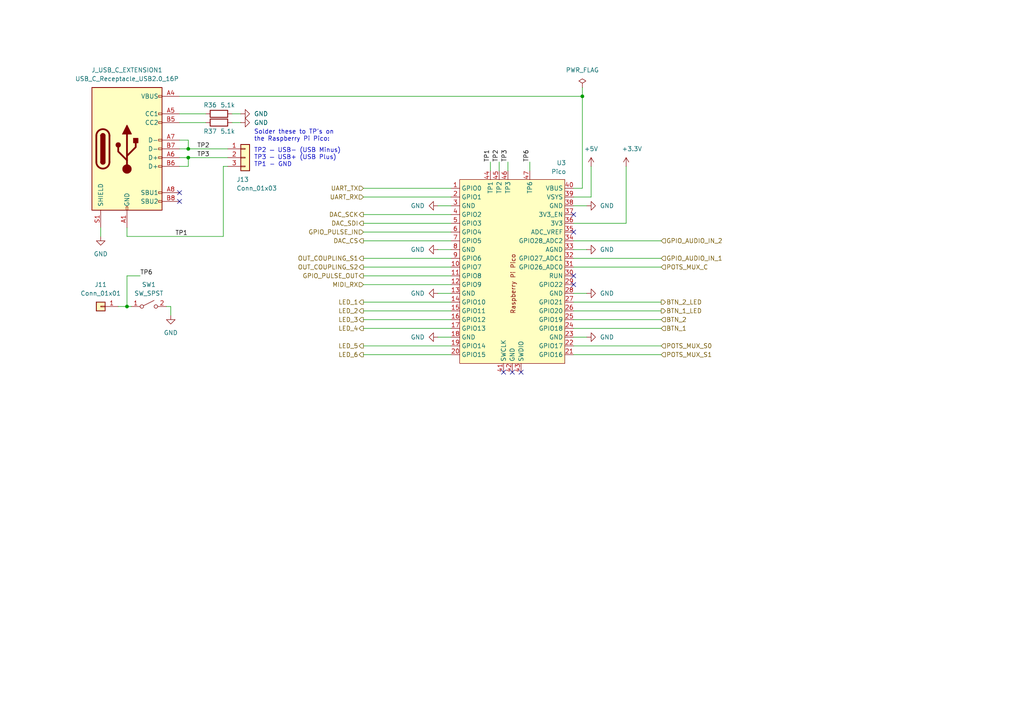
<source format=kicad_sch>
(kicad_sch (version 20250114) (generator "eeschema") (generator_version "9.0")
  (paper "A4")
  (lib_symbols
    (symbol "Connector:USB_C_Receptacle_USB2.0_16P" (pin_names (offset 1.016))
      (property "Reference" "J" (at 0 22.225 0))
      (property "Value" "USB_C_Receptacle_USB2.0_16P" (at 0 19.685 0))
      (symbol "USB_C_Receptacle_USB2.0_16P_0_0"
        (rectangle (start -0.254 -17.78) (end 0.254 -16.764))
        (rectangle (start 10.16 15.494) (end 9.144 14.986))
        (rectangle (start 10.16 10.414) (end 9.144 9.906))
        (rectangle (start 10.16 7.874) (end 9.144 7.366))
        (rectangle (start 10.16 2.794) (end 9.144 2.286))
        (rectangle (start 10.16 0.254) (end 9.144 -0.254))
        (rectangle (start 10.16 -2.286) (end 9.144 -2.794))
        (rectangle (start 10.16 -4.826) (end 9.144 -5.334))
        (rectangle (start 10.16 -12.446) (end 9.144 -12.954))
        (rectangle (start 10.16 -14.986) (end 9.144 -15.494))
      )
      (symbol "USB_C_Receptacle_USB2.0_16P_0_1"
        (rectangle (start -10.16 17.78) (end 10.16 -17.78) (stroke (width 0.254)) (fill (type background)))
        (polyline (pts (xy -8.89 -3.81) (xy -8.89 3.81)) (stroke (width 0.508)))
        (rectangle (start -7.62 -3.81) (end -6.35 3.81) (stroke (width 0.254)) (fill (type outline)))
        (arc (start -7.62 3.81) (mid -6.985 4.4423) (end -6.35 3.81) (stroke (width 0.254)))
        (arc (start -7.62 3.81) (mid -6.985 4.4423) (end -6.35 3.81) (stroke (width 0.254)) (fill (type outline)))
        (arc (start -8.89 3.81) (mid -6.985 5.7067) (end -5.08 3.81) (stroke (width 0.508)))
        (arc (start -5.08 -3.81) (mid -6.985 -5.7067) (end -8.89 -3.81) (stroke (width 0.508)))
        (arc (start -6.35 -3.81) (mid -6.985 -4.4423) (end -7.62 -3.81) (stroke (width 0.254)))
        (arc (start -6.35 -3.81) (mid -6.985 -4.4423) (end -7.62 -3.81) (stroke (width 0.254)) (fill (type outline)))
        (polyline (pts (xy -5.08 3.81) (xy -5.08 -3.81)) (stroke (width 0.508)))
        (circle (center -2.54 1.143) (radius 0.635) (stroke (width 0.254)) (fill (type outline)))
        (polyline (pts (xy -1.27 4.318) (xy 0 6.858) (xy 1.27 4.318) (xy -1.27 4.318)) (stroke (width 0.254)) (fill (type outline)))
        (polyline (pts (xy 0 -2.032) (xy 2.54 0.508) (xy 2.54 1.778)) (stroke (width 0.508)))
        (polyline (pts (xy 0 -3.302) (xy -2.54 -0.762) (xy -2.54 0.508)) (stroke (width 0.508)))
        (polyline (pts (xy 0 -5.842) (xy 0 4.318)) (stroke (width 0.508)))
        (circle (center 0 -5.842) (radius 1.27) (fill (type outline)))
        (rectangle (start 1.905 1.778) (end 3.175 3.048) (stroke (width 0.254)) (fill (type outline)))
      )
      (symbol "USB_C_Receptacle_USB2.0_16P_1_1"
        (pin passive line (at -7.62 -22.86 90) (length 5.08) (name "SHIELD") (number "S1"))
        (pin passive line (at 0 -22.86 90) (length 5.08) (name "GND") (number "A1"))
        (pin passive line (at 0 -22.86 90) (length 5.08) (hide yes) (name "GND") (number "A12"))
        (pin passive line (at 0 -22.86 90) (length 5.08) (hide yes) (name "GND") (number "B1"))
        (pin passive line (at 0 -22.86 90) (length 5.08) (hide yes) (name "GND") (number "B12"))
        (pin passive line (at 15.24 15.24 180) (length 5.08) (name "VBUS") (number "A4"))
        (pin passive line (at 15.24 15.24 180) (length 5.08) (hide yes) (name "VBUS") (number "A9"))
        (pin passive line (at 15.24 15.24 180) (length 5.08) (hide yes) (name "VBUS") (number "B4"))
        (pin passive line (at 15.24 15.24 180) (length 5.08) (hide yes) (name "VBUS") (number "B9"))
        (pin bidirectional line (at 15.24 10.16 180) (length 5.08) (name "CC1") (number "A5"))
        (pin bidirectional line (at 15.24 7.62 180) (length 5.08) (name "CC2") (number "B5"))
        (pin bidirectional line (at 15.24 2.54 180) (length 5.08) (name "D-") (number "A7"))
        (pin bidirectional line (at 15.24 0 180) (length 5.08) (name "D-") (number "B7"))
        (pin bidirectional line (at 15.24 -2.54 180) (length 5.08) (name "D+") (number "A6"))
        (pin bidirectional line (at 15.24 -5.08 180) (length 5.08) (name "D+") (number "B6"))
        (pin bidirectional line (at 15.24 -12.7 180) (length 5.08) (name "SBU1") (number "A8"))
        (pin bidirectional line (at 15.24 -15.24 180) (length 5.08) (name "SBU2") (number "B8"))
      )
    )
    (symbol "Connector_Generic:Conn_01x01" (pin_names (offset 1.016) (hide yes))
      (property "Reference" "J" (at 0 2.54 0))
      (property "Value" "Conn_01x01" (at 0 -2.54 0))
      (symbol "Conn_01x01_1_1"
        (rectangle (start -1.27 1.27) (end 1.27 -1.27) (stroke (width 0.254)) (fill (type background)))
        (rectangle (start -1.27 0.127) (end 0 -0.127) (stroke (width 0.1524)))
        (pin passive line (at -5.08 0 0) (length 3.81) (name "Pin_1") (number "1"))
      )
    )
    (symbol "Connector_Generic:Conn_01x03" (pin_names (offset 1.016) (hide yes))
      (property "Reference" "J" (at 0 5.08 0))
      (property "Value" "Conn_01x03" (at 0 -5.08 0))
      (symbol "Conn_01x03_1_1"
        (rectangle (start -1.27 3.81) (end 1.27 -3.81) (stroke (width 0.254)) (fill (type background)))
        (rectangle (start -1.27 2.667) (end 0 2.413) (stroke (width 0.1524)))
        (rectangle (start -1.27 0.127) (end 0 -0.127) (stroke (width 0.1524)))
        (rectangle (start -1.27 -2.413) (end 0 -2.667) (stroke (width 0.1524)))
        (pin passive line (at -5.08 2.54 0) (length 3.81) (name "Pin_1") (number "1"))
        (pin passive line (at -5.08 0 0) (length 3.81) (name "Pin_2") (number "2"))
        (pin passive line (at -5.08 -2.54 0) (length 3.81) (name "Pin_3") (number "3"))
      )
    )
    (symbol "Device:R" (pin_numbers (hide yes)) (pin_names (offset 0))
      (property "Reference" "R" (at 2.032 0 90))
      (property "Value" "R" (at 0 0 90))
      (symbol "R_0_1"
        (rectangle (start -1.016 -2.54) (end 1.016 2.54) (stroke (width 0.254)))
      )
      (symbol "R_1_1"
        (pin passive line (at 0 3.81 270) (length 1.27) (name "~") (number "1"))
        (pin passive line (at 0 -3.81 90) (length 1.27) (name "~") (number "2"))
      )
    )
    (symbol "MCU_RaspberryPi_and_Boards:Pico"
      (property "Reference" "U3" (at 14.224 31.496 0))
      (property "Value" "Pico" (at 13.462 28.956 0))
      (symbol "Pico_0_0"
        (text "Raspberry Pi Pico" (at 0.254 -3.556 900) (effects (font (size 1.27 1.27))))
      )
      (symbol "Pico_0_1"
        (rectangle (start -15.24 26.67) (end 15.24 -26.67) (fill (type background)))
      )
      (symbol "Pico_1_1"
        (pin bidirectional line (at -17.78 24.13 0) (length 2.54) (name "GPIO0") (number "1"))
        (pin bidirectional line (at -17.78 21.59 0) (length 2.54) (name "GPIO1") (number "2"))
        (pin power_in line (at -17.78 19.05 0) (length 2.54) (name "GND") (number "3"))
        (pin bidirectional line (at -17.78 16.51 0) (length 2.54) (name "GPIO2") (number "4"))
        (pin bidirectional line (at -17.78 13.97 0) (length 2.54) (name "GPIO3") (number "5"))
        (pin bidirectional line (at -17.78 11.43 0) (length 2.54) (name "GPIO4") (number "6"))
        (pin bidirectional line (at -17.78 8.89 0) (length 2.54) (name "GPIO5") (number "7"))
        (pin power_in line (at -17.78 6.35 0) (length 2.54) (name "GND") (number "8"))
        (pin bidirectional line (at -17.78 3.81 0) (length 2.54) (name "GPIO6") (number "9"))
        (pin bidirectional line (at -17.78 1.27 0) (length 2.54) (name "GPIO7") (number "10"))
        (pin bidirectional line (at -17.78 -1.27 0) (length 2.54) (name "GPIO8") (number "11"))
        (pin bidirectional line (at -17.78 -3.81 0) (length 2.54) (name "GPIO9") (number "12"))
        (pin power_in line (at -17.78 -6.35 0) (length 2.54) (name "GND") (number "13"))
        (pin bidirectional line (at -17.78 -8.89 0) (length 2.54) (name "GPIO10") (number "14"))
        (pin bidirectional line (at -17.78 -11.43 0) (length 2.54) (name "GPIO11") (number "15"))
        (pin bidirectional line (at -17.78 -13.97 0) (length 2.54) (name "GPIO12") (number "16"))
        (pin bidirectional line (at -17.78 -16.51 0) (length 2.54) (name "GPIO13") (number "17"))
        (pin power_in line (at -17.78 -19.05 0) (length 2.54) (name "GND") (number "18"))
        (pin bidirectional line (at -17.78 -21.59 0) (length 2.54) (name "GPIO14") (number "19"))
        (pin bidirectional line (at -17.78 -24.13 0) (length 2.54) (name "GPIO15") (number "20"))
        (pin bidirectional line (at -6.35 29.21 270) (length 2.54) (name "TP1") (number "44"))
        (pin bidirectional line (at -3.81 29.21 270) (length 2.54) (name "TP2") (number "45"))
        (pin input line (at -2.54 -29.21 90) (length 2.54) (name "SWCLK") (number "41"))
        (pin bidirectional line (at -1.27 29.21 270) (length 2.54) (name "TP3") (number "46"))
        (pin power_in line (at 0 -29.21 90) (length 2.54) (name "GND") (number "42"))
        (pin bidirectional line (at 2.54 -29.21 90) (length 2.54) (name "SWDIO") (number "43"))
        (pin bidirectional line (at 5.08 29.21 270) (length 2.54) (name "TP6") (number "47"))
        (pin power_in line (at 17.78 24.13 180) (length 2.54) (name "VBUS") (number "40"))
        (pin power_in line (at 17.78 21.59 180) (length 2.54) (name "VSYS") (number "39"))
        (pin bidirectional line (at 17.78 19.05 180) (length 2.54) (name "GND") (number "38"))
        (pin input line (at 17.78 16.51 180) (length 2.54) (name "3V3_EN") (number "37"))
        (pin power_in line (at 17.78 13.97 180) (length 2.54) (name "3V3") (number "36"))
        (pin power_in line (at 17.78 11.43 180) (length 2.54) (name "ADC_VREF") (number "35"))
        (pin bidirectional line (at 17.78 8.89 180) (length 2.54) (name "GPIO28_ADC2") (number "34"))
        (pin power_in line (at 17.78 6.35 180) (length 2.54) (name "AGND") (number "33"))
        (pin bidirectional line (at 17.78 3.81 180) (length 2.54) (name "GPIO27_ADC1") (number "32"))
        (pin bidirectional line (at 17.78 1.27 180) (length 2.54) (name "GPIO26_ADC0") (number "31"))
        (pin input line (at 17.78 -1.27 180) (length 2.54) (name "RUN") (number "30"))
        (pin bidirectional line (at 17.78 -3.81 180) (length 2.54) (name "GPIO22") (number "29"))
        (pin power_in line (at 17.78 -6.35 180) (length 2.54) (name "GND") (number "28"))
        (pin bidirectional line (at 17.78 -8.89 180) (length 2.54) (name "GPIO21") (number "27"))
        (pin bidirectional line (at 17.78 -11.43 180) (length 2.54) (name "GPIO20") (number "26"))
        (pin bidirectional line (at 17.78 -13.97 180) (length 2.54) (name "GPIO19") (number "25"))
        (pin bidirectional line (at 17.78 -16.51 180) (length 2.54) (name "GPIO18") (number "24"))
        (pin power_in line (at 17.78 -19.05 180) (length 2.54) (name "GND") (number "23"))
        (pin bidirectional line (at 17.78 -21.59 180) (length 2.54) (name "GPIO17") (number "22"))
        (pin bidirectional line (at 17.78 -24.13 180) (length 2.54) (name "GPIO16") (number "21"))
      )
    )
    (symbol "Switch:SW_SPST" (pin_names (offset 0) (hide yes))
      (property "Reference" "SW" (at 0 3.175 0))
      (property "Value" "SW_SPST" (at 0 -2.54 0))
      (symbol "SW_SPST_0_0"
        (circle (center -2.032 0) (radius 0.508))
        (polyline (pts (xy -1.524 0.254) (xy 1.524 1.778)))
        (circle (center 2.032 0) (radius 0.508))
      )
      (symbol "SW_SPST_1_1"
        (pin passive line (at -5.08 0 0) (length 2.54) (name "A") (number "1"))
        (pin passive line (at 5.08 0 180) (length 2.54) (name "B") (number "2"))
      )
    )
    (symbol "power:+3.3V" (power) (pin_numbers (hide yes)) (pin_names (offset 0) (hide yes))
      (property "Value" "+3.3V" (at 0 3.556 0))
      (symbol "+3.3V_0_1"
        (polyline (pts (xy -0.762 1.27) (xy 0 2.54)))
        (polyline (pts (xy 0 2.54) (xy 0.762 1.27)))
        (polyline (pts (xy 0 0) (xy 0 2.54)))
      )
      (symbol "+3.3V_1_1"
        (pin power_in line (at 0 0 90) (length 0) (name "~") (number "1"))
      )
    )
    (symbol "power:+5V" (power) (pin_numbers (hide yes)) (pin_names (offset 0) (hide yes))
      (property "Value" "+5V" (at 0 3.556 0))
      (symbol "+5V_0_1"
        (polyline (pts (xy -0.762 1.27) (xy 0 2.54)))
        (polyline (pts (xy 0 2.54) (xy 0.762 1.27)))
        (polyline (pts (xy 0 0) (xy 0 2.54)))
      )
      (symbol "+5V_1_1"
        (pin power_in line (at 0 0 90) (length 0) (name "~") (number "1"))
      )
    )
    (symbol "power:GND" (power) (pin_numbers (hide yes)) (pin_names (offset 0) (hide yes))
      (property "Value" "GND" (at 0 -3.81 0))
      (symbol "GND_0_1"
        (polyline (pts (xy 0 0) (xy 0 -1.27) (xy 1.27 -1.27) (xy 0 -2.54) (xy -1.27 -1.27) (xy 0 -1.27)))
      )
      (symbol "GND_1_1"
        (pin power_in line (at 0 0 270) (length 0) (name "~") (number "1"))
      )
    )
    (symbol "power:PWR_FLAG" (power) (pin_numbers (hide yes)) (pin_names (offset 0) (hide yes))
      (property "Value" "PWR_FLAG" (at 0 3.81 0))
      (symbol "PWR_FLAG_0_0"
        (pin power_out line (at 0 0 90) (length 0) (name "~") (number "1"))
      )
      (symbol "PWR_FLAG_0_1"
        (polyline (pts (xy 0 0) (xy 0 1.27) (xy -1.016 1.905) (xy 0 2.54) (xy 1.016 1.905) (xy 0 1.27)))
      )
    )
  )
  (text "TP2 — USB- (USB Minus)\nTP3 — USB+ (USB Plus)\nTP1 - GND" (at 73.66 45.72 0) (effects (font (size 1.27 1.27)) (justify left)))
  (text "Solder these to TP's on \nthe Raspberry Pi Pico:" (at 73.66 39.37 0) (effects (font (size 1.27 1.27)) (justify left)))
  (junction (at 54.61 43.18))
  (junction (at 54.61 45.72))
  (junction (at 36.83 88.9))
  (junction (at 168.91 27.94))
  (no_connect (at 166.37 67.31))
  (no_connect (at 52.07 58.42))
  (no_connect (at 148.59 107.95))
  (no_connect (at 166.37 62.23))
  (no_connect (at 52.07 55.88))
  (no_connect (at 166.37 82.55))
  (no_connect (at 166.37 80.01))
  (no_connect (at 151.13 107.95))
  (no_connect (at 146.05 107.95))
  (wire (pts (xy 166.37 74.93) (xy 191.77 74.93)))
  (wire (pts (xy 105.41 100.33) (xy 130.81 100.33)))
  (wire (pts (xy 170.18 97.79) (xy 166.37 97.79)))
  (wire (pts (xy 105.41 62.23) (xy 130.81 62.23)))
  (wire (pts (xy 52.07 43.18) (xy 54.61 43.18)))
  (wire (pts (xy 191.77 95.25) (xy 166.37 95.25)))
  (wire (pts (xy 105.41 82.55) (xy 130.81 82.55)))
  (wire (pts (xy 168.91 54.61) (xy 168.91 27.94)))
  (wire (pts (xy 168.91 25.4) (xy 168.91 27.94)))
  (wire (pts (xy 105.41 92.71) (xy 130.81 92.71)))
  (wire (pts (xy 105.41 74.93) (xy 130.81 74.93)))
  (wire (pts (xy 105.41 95.25) (xy 130.81 95.25)))
  (wire (pts (xy 144.78 46.99) (xy 144.78 49.53)))
  (wire (pts (xy 52.07 27.94) (xy 168.91 27.94)))
  (wire (pts (xy 36.83 68.58) (xy 64.77 68.58)))
  (wire (pts (xy 147.32 46.99) (xy 147.32 49.53)))
  (wire (pts (xy 171.45 57.15) (xy 166.37 57.15)))
  (wire (pts (xy 105.41 102.87) (xy 130.81 102.87)))
  (wire (pts (xy 191.77 100.33) (xy 166.37 100.33)))
  (wire (pts (xy 170.18 59.69) (xy 166.37 59.69)))
  (wire (pts (xy 105.41 87.63) (xy 130.81 87.63)))
  (wire (pts (xy 105.41 69.85) (xy 130.81 69.85)))
  (wire (pts (xy 170.18 72.39) (xy 166.37 72.39)))
  (wire (pts (xy 191.77 77.47) (xy 166.37 77.47)))
  (wire (pts (xy 105.41 57.15) (xy 130.81 57.15)))
  (wire (pts (xy 191.77 69.85) (xy 166.37 69.85)))
  (wire (pts (xy 105.41 64.77) (xy 130.81 64.77)))
  (wire (pts (xy 171.45 48.26) (xy 171.45 57.15)))
  (wire (pts (xy 54.61 48.26) (xy 52.07 48.26)))
  (wire (pts (xy 105.41 90.17) (xy 130.81 90.17)))
  (wire (pts (xy 105.41 67.31) (xy 130.81 67.31)))
  (wire (pts (xy 127 72.39) (xy 130.81 72.39)))
  (wire (pts (xy 36.83 66.04) (xy 36.83 68.58)))
  (wire (pts (xy 142.24 46.99) (xy 142.24 49.53)))
  (wire (pts (xy 52.07 45.72) (xy 54.61 45.72)))
  (wire (pts (xy 181.61 64.77) (xy 166.37 64.77)))
  (wire (pts (xy 54.61 40.64) (xy 52.07 40.64)))
  (wire (pts (xy 127 85.09) (xy 130.81 85.09)))
  (wire (pts (xy 36.83 80.01) (xy 36.83 88.9)))
  (wire (pts (xy 127 59.69) (xy 130.81 59.69)))
  (wire (pts (xy 49.53 88.9) (xy 49.53 91.44)))
  (wire (pts (xy 29.21 68.58) (xy 29.21 66.04)))
  (wire (pts (xy 69.85 33.02) (xy 67.31 33.02)))
  (wire (pts (xy 52.07 33.02) (xy 59.69 33.02)))
  (wire (pts (xy 69.85 35.56) (xy 67.31 35.56)))
  (wire (pts (xy 48.26 88.9) (xy 49.53 88.9)))
  (wire (pts (xy 36.83 88.9) (xy 34.29 88.9)))
  (wire (pts (xy 40.64 80.01) (xy 36.83 80.01)))
  (wire (pts (xy 54.61 45.72) (xy 54.61 48.26)))
  (wire (pts (xy 181.61 48.26) (xy 181.61 64.77)))
  (wire (pts (xy 170.18 85.09) (xy 166.37 85.09)))
  (wire (pts (xy 127 97.79) (xy 130.81 97.79)))
  (wire (pts (xy 64.77 68.58) (xy 64.77 48.26)))
  (wire (pts (xy 105.41 54.61) (xy 130.81 54.61)))
  (wire (pts (xy 153.67 46.99) (xy 153.67 49.53)))
  (wire (pts (xy 105.41 77.47) (xy 130.81 77.47)))
  (wire (pts (xy 54.61 40.64) (xy 54.61 43.18)))
  (wire (pts (xy 105.41 80.01) (xy 130.81 80.01)))
  (wire (pts (xy 166.37 92.71) (xy 191.77 92.71)))
  (wire (pts (xy 38.1 88.9) (xy 36.83 88.9)))
  (wire (pts (xy 166.37 54.61) (xy 168.91 54.61)))
  (wire (pts (xy 64.77 48.26) (xy 66.04 48.26)))
  (wire (pts (xy 191.77 102.87) (xy 166.37 102.87)))
  (wire (pts (xy 166.37 87.63) (xy 191.77 87.63)))
  (wire (pts (xy 52.07 35.56) (xy 59.69 35.56)))
  (wire (pts (xy 166.37 90.17) (xy 191.77 90.17)))
  (wire (pts (xy 54.61 43.18) (xy 66.04 43.18)))
  (wire (pts (xy 66.04 45.72) (xy 54.61 45.72)))
  (label "TP2" (at 144.78 46.99 90))
  (label "TP1" (at 50.8 68.58 0))
  (label "TP2" (at 57.15 43.18 0))
  (label "TP3" (at 147.32 46.99 90))
  (label "TP6" (at 40.64 80.01 0))
  (label "TP6" (at 153.67 46.99 90))
  (label "TP3" (at 57.15 45.72 0))
  (label "TP1" (at 142.24 46.99 90))
  (hierarchical_label "OUT_COUPLING_S1" (shape output) (at 105.41 74.93 180))
  (hierarchical_label "POTS_MUX_C" (shape input) (at 191.77 77.47 0))
  (hierarchical_label "DAC_SCK" (shape output) (at 105.41 62.23 180))
  (hierarchical_label "BTN_2_LED" (shape output) (at 191.77 87.63 0))
  (hierarchical_label "LED_2" (shape output) (at 105.41 90.17 180))
  (hierarchical_label "LED_6" (shape output) (at 105.41 102.87 180))
  (hierarchical_label "BTN_1" (shape input) (at 191.77 95.25 0))
  (hierarchical_label "BTN_2" (shape input) (at 191.77 92.71 0))
  (hierarchical_label "DAC_SDI" (shape output) (at 105.41 64.77 180))
  (hierarchical_label "LED_1" (shape output) (at 105.41 87.63 180))
  (hierarchical_label "LED_3" (shape output) (at 105.41 92.71 180))
  (hierarchical_label "POTS_MUX_S1" (shape input) (at 191.77 102.87 0))
  (hierarchical_label "GPIO_PULSE_OUT" (shape output) (at 105.41 80.01 180))
  (hierarchical_label "GPIO_AUDIO_IN_2" (shape input) (at 191.77 69.85 0))
  (hierarchical_label "UART_RX" (shape input) (at 105.41 57.15 180))
  (hierarchical_label "GPIO_PULSE_IN" (shape input) (at 105.41 67.31 180))
  (hierarchical_label "OUT_COUPLING_S2" (shape output) (at 105.41 77.47 180))
  (hierarchical_label "LED_5" (shape output) (at 105.41 100.33 180))
  (hierarchical_label "UART_TX" (shape input) (at 105.41 54.61 180))
  (hierarchical_label "BTN_1_LED" (shape output) (at 191.77 90.17 0))
  (hierarchical_label "GPIO_AUDIO_IN_1" (shape input) (at 191.77 74.93 0))
  (hierarchical_label "DAC_CS" (shape output) (at 105.41 69.85 180))
  (hierarchical_label "LED_4" (shape output) (at 105.41 95.25 180))
  (hierarchical_label "MIDI_RX" (shape input) (at 105.41 82.55 180))
  (hierarchical_label "POTS_MUX_S0" (shape input) (at 191.77 100.33 0))
  (symbol (lib_id "power:GND") (at 127 85.09 270) (unit 1)
    (property "Reference" "#PWR030" (effects (hide yes)))
    (property "Value" "GND" (at 123.19 85.0899 90) (effects (justify right)))
    (property "Description" "Power symbol creates a global label with name \"GND\" , ground" (effects (hide yes)))
  )
  (symbol (lib_id "power:GND") (at 127 97.79 270) (unit 1)
    (property "Reference" "#PWR031" (effects (hide yes)))
    (property "Value" "GND" (at 123.19 97.7899 90) (effects (justify right)))
    (property "Description" "Power symbol creates a global label with name \"GND\" , ground" (effects (hide yes)))
  )
  (symbol (lib_id "power:GND") (at 170.18 72.39 90) (unit 1)
    (property "Reference" "#PWR01" (effects (hide yes)))
    (property "Value" "GND" (at 173.99 72.3899 90) (effects (justify right)))
    (property "Description" "Power symbol creates a global label with name \"GND\" , ground" (effects (hide yes)))
  )
  (symbol (lib_id "power:GND") (at 170.18 59.69 90) (unit 1)
    (property "Reference" "#PWR033" (effects (hide yes)))
    (property "Value" "GND" (at 173.99 59.6899 90) (effects (justify right)))
    (property "Description" "Power symbol creates a global label with name \"GND\" , ground" (effects (hide yes)))
  )
  (symbol (lib_id "power:GND") (at 127 59.69 270) (unit 1)
    (property "Reference" "#PWR028" (effects (hide yes)))
    (property "Value" "GND" (at 123.19 59.6899 90) (effects (justify right)))
    (property "Description" "Power symbol creates a global label with name \"GND\" , ground" (effects (hide yes)))
  )
  (symbol (lib_id "power:GND") (at 127 72.39 270) (unit 1)
    (property "Reference" "#PWR029" (effects (hide yes)))
    (property "Value" "GND" (at 123.19 72.3899 90) (effects (justify right)))
    (property "Description" "Power symbol creates a global label with name \"GND\" , ground" (effects (hide yes)))
  )
  (symbol (lib_id "Switch:SW_SPST") (at 43.18 88.9 0) (unit 1)
    (property "Reference" "SW1" (at 43.18 82.55 0))
    (property "Value" "SW_SPST" (at 43.18 85.09 0))
    (property "Footprint" "Button_Switch_THT:SW_Tactile_SKHH_Angled" (effects (hide yes)))
    (property "Description" "Single Pole Single Throw (SPST) switch" (effects (hide yes)))
    (property "Part URL" "https://www.hestore.hu/prod_10028126.html" (effects (hide yes)))
    (property "Vendor" "Mouser" (effects (hide yes)))
  )
  (symbol (lib_id "power:PWR_FLAG") (at 168.91 25.4 0) (unit 1)
    (property "Reference" "#FLG01" (effects (hide yes)))
    (property "Value" "PWR_FLAG" (at 168.91 20.32 0))
    (property "Description" "Special symbol for telling ERC where power comes from" (effects (hide yes)))
  )
  (symbol (lib_id "Connector_Generic:Conn_01x03") (at 71.12 45.72 0) (unit 1)
    (property "Reference" "J13" (at 68.58 52.07 0) (effects (justify left)))
    (property "Value" "Conn_01x03" (at 68.58 54.61 0) (effects (justify left)))
    (property "Footprint" "Connector_PinHeader_2.54mm:PinHeader_1x03_P2.54mm_Vertical" (effects (hide yes)))
    (property "Description" "Generic connector, single row, 01x03, script generated (kicad-library-utils/schlib/autogen/connector/)" (effects (hide yes)))
    (property "Vendor" "Mouser" (effects (hide yes)))
  )
  (symbol (lib_id "power:GND") (at 49.53 91.44 0) (unit 1)
    (property "Reference" "#PWR064" (effects (hide yes)))
    (property "Value" "GND" (at 49.53 96.52 0))
    (property "Description" "Power symbol creates a global label with name \"GND\" , ground" (effects (hide yes)))
  )
  (symbol (lib_id "Connector:USB_C_Receptacle_USB2.0_16P") (at 36.83 43.18 0) (unit 1)
    (property "Reference" "J_USB_C_EXTENSION1" (at 36.83 20.32 0))
    (property "Value" "USB_C_Receptacle_USB2.0_16P" (at 36.83 22.86 0))
    (property "Footprint" "Connector_USB:USB_C_Receptacle_HRO_TYPE-C-31-M-12" (effects (hide yes)))
    (property "Datasheet" "https://www.usb.org/sites/default/files/documents/usb_type-c.zip" (effects (hide yes)))
    (property "Description" "USB 2.0-only 16P Type-C Receptacle connector" (effects (hide yes)))
    (property "Vendor" "JLCPCB" (effects (hide yes)))
    (property "LCSC" "C165948" (effects (hide yes)))
    (property "CHECKED" "YES" (effects (hide yes)))
  )
  (symbol (lib_id "MCU_RaspberryPi_and_Boards:Pico") (at 148.59 78.74 0) (unit 1)
    (property "Reference" "U3" (at 162.814 47.244 0))
    (property "Value" "Pico" (at 162.052 49.784 0))
    (property "Footprint" "Module:RaspberryPi_Pico_Common_Unspecified" (effects (hide yes)))
    (property "Vendor" "Mouser" (effects (hide yes)))
  )
  (symbol (lib_id "power:GND") (at 170.18 85.09 90) (unit 1)
    (property "Reference" "#PWR035" (effects (hide yes)))
    (property "Value" "GND" (at 173.99 85.0899 90) (effects (justify right)))
    (property "Description" "Power symbol creates a global label with name \"GND\" , ground" (effects (hide yes)))
  )
  (symbol (lib_id "Device:R") (at 63.5 33.02 90) (mirror x) (unit 1)
    (property "Reference" "R36" (at 60.96 30.48 90))
    (property "Value" "5.1k" (at 66.04 30.48 90))
    (property "Footprint" "Resistor_SMD:R_0603_1608Metric" (effects (hide yes)))
    (property "LCSC" "C23186" (effects (hide yes)))
    (property "Vendor" "JLCPCB" (effects (hide yes)))
    (property "CHECKED" "YES" (effects (hide yes)))
  )
  (symbol (lib_id "power:+5V") (at 171.45 48.26 0) (unit 1)
    (property "Reference" "#PWR037" (effects (hide yes)))
    (property "Value" "+5V" (at 171.45 43.18 0))
    (property "Description" "Power symbol creates a global label with name \"+5V\"" (effects (hide yes)))
  )
  (symbol (lib_id "power:+3.3V") (at 181.61 48.26 0) (unit 1)
    (property "Reference" "#PWR038" (effects (hide yes)))
    (property "Value" "+3.3V" (at 180.34 43.18 0) (effects (justify left)))
    (property "Description" "Power symbol creates a global label with name \"+3.3V\"" (effects (hide yes)))
  )
  (symbol (lib_id "Device:R") (at 63.5 35.56 90) (unit 1)
    (property "Reference" "R37" (at 60.96 38.1 90))
    (property "Value" "5.1k" (at 66.04 38.1 90))
    (property "Footprint" "Resistor_SMD:R_0603_1608Metric" (effects (hide yes)))
    (property "LCSC" "C23186" (effects (hide yes)))
    (property "Vendor" "JLCPCB" (effects (hide yes)))
    (property "CHECKED" "YES" (effects (hide yes)))
  )
  (symbol (lib_id "power:GND") (at 69.85 35.56 90) (unit 1)
    (property "Reference" "#PWR075" (effects (hide yes)))
    (property "Value" "GND" (at 73.66 35.5599 90) (effects (justify right)))
    (property "Description" "Power symbol creates a global label with name \"GND\" , ground" (effects (hide yes)))
  )
  (symbol (lib_id "Connector_Generic:Conn_01x01") (at 29.21 88.9 180) (unit 1)
    (property "Reference" "J11" (at 29.21 82.55 0))
    (property "Value" "Conn_01x01" (at 29.21 85.09 0))
    (property "Footprint" "Connector_PinHeader_2.54mm:PinHeader_1x01_P2.54mm_Vertical" (effects (hide yes)))
    (property "Description" "Generic connector, single row, 01x01, script generated (kicad-library-utils/schlib/autogen/connector/)" (effects (hide yes)))
    (property "Vendor" "Mouser" (effects (hide yes)))
  )
  (symbol (lib_id "power:GND") (at 69.85 33.02 90) (unit 1)
    (property "Reference" "#PWR069" (effects (hide yes)))
    (property "Value" "GND" (at 73.66 33.0199 90) (effects (justify right)))
    (property "Description" "Power symbol creates a global label with name \"GND\" , ground" (effects (hide yes)))
  )
  (symbol (lib_id "power:GND") (at 29.21 68.58 0) (unit 1)
    (property "Reference" "#PWR071" (effects (hide yes)))
    (property "Value" "GND" (at 29.21 73.66 0))
    (property "Description" "Power symbol creates a global label with name \"GND\" , ground" (effects (hide yes)))
  )
  (symbol (lib_id "power:GND") (at 170.18 97.79 90) (unit 1)
    (property "Reference" "#PWR036" (effects (hide yes)))
    (property "Value" "GND" (at 173.99 97.7899 90) (effects (justify right)))
    (property "Description" "Power symbol creates a global label with name \"GND\" , ground" (effects (hide yes)))
  )
)
</source>
